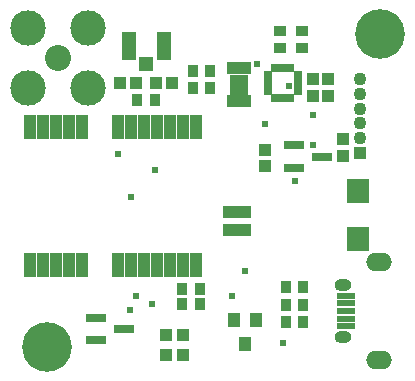
<source format=gts>
G04 Layer_Color=8388736*
%FSLAX25Y25*%
%MOIN*%
G70*
G01*
G75*
%ADD44R,0.02572X0.01981*%
%ADD45R,0.01981X0.02572*%
%ADD46R,0.04343X0.03950*%
%ADD47R,0.03950X0.07887*%
%ADD48R,0.04934X0.05131*%
%ADD49R,0.05131X0.09658*%
%ADD50R,0.09658X0.04146*%
%ADD51R,0.06115X0.02375*%
%ADD52R,0.03556X0.04343*%
%ADD53R,0.03950X0.04343*%
%ADD54R,0.03958X0.04627*%
%ADD55R,0.07493X0.07887*%
%ADD56R,0.06509X0.03162*%
%ADD57R,0.05900X0.06700*%
%ADD58R,0.02000X0.04000*%
%ADD59R,0.04343X0.03556*%
%ADD60C,0.16548*%
%ADD61C,0.08674*%
%ADD62C,0.11824*%
%ADD63C,0.04343*%
%ADD64R,0.04343X0.04343*%
%ADD65O,0.05721X0.04147*%
%ADD66O,0.08674X0.06017*%
%ADD67C,0.02375*%
D44*
X235480Y443953D02*
D03*
Y441984D02*
D03*
Y440016D02*
D03*
Y438047D02*
D03*
X245520D02*
D03*
Y440016D02*
D03*
Y441984D02*
D03*
Y443953D02*
D03*
D45*
X237547Y435980D02*
D03*
X239516D02*
D03*
X241484D02*
D03*
X243453D02*
D03*
Y446020D02*
D03*
X241484D02*
D03*
X239516D02*
D03*
X237547D02*
D03*
D46*
X250500Y436744D02*
D03*
Y442256D02*
D03*
X255500Y436744D02*
D03*
Y442256D02*
D03*
X260500Y416744D02*
D03*
Y422256D02*
D03*
X234500Y413244D02*
D03*
Y418756D02*
D03*
D47*
X211559Y426500D02*
D03*
X207228D02*
D03*
X202898D02*
D03*
X198567D02*
D03*
X194236D02*
D03*
X189906D02*
D03*
X185575D02*
D03*
X173764D02*
D03*
X169433D02*
D03*
X165102D02*
D03*
X160772D02*
D03*
X156441D02*
D03*
Y380500D02*
D03*
X160772D02*
D03*
X165102D02*
D03*
X169433D02*
D03*
X173764D02*
D03*
X185575D02*
D03*
X189906D02*
D03*
X194236D02*
D03*
X198567D02*
D03*
X202898D02*
D03*
X207228D02*
D03*
X211559D02*
D03*
D48*
X195000Y447398D02*
D03*
D49*
X200807Y453500D02*
D03*
X189193D02*
D03*
D50*
X225327Y392047D02*
D03*
Y397953D02*
D03*
D51*
X261470Y359882D02*
D03*
Y362441D02*
D03*
Y365000D02*
D03*
Y367559D02*
D03*
Y370118D02*
D03*
D52*
X216453Y439500D02*
D03*
X210547D02*
D03*
Y445000D02*
D03*
X216453D02*
D03*
X197953Y435500D02*
D03*
X192047D02*
D03*
X247453Y361500D02*
D03*
X241547D02*
D03*
X247453Y367000D02*
D03*
X241547D02*
D03*
X247453Y373000D02*
D03*
X241547D02*
D03*
X207047Y367500D02*
D03*
X212953D02*
D03*
Y372500D02*
D03*
X207047D02*
D03*
D53*
X198244Y441000D02*
D03*
X203756D02*
D03*
X201744Y350500D02*
D03*
X207256D02*
D03*
X201744Y357000D02*
D03*
X207256D02*
D03*
X191756Y441000D02*
D03*
X186244D02*
D03*
D54*
X228000Y354063D02*
D03*
X224260Y361937D02*
D03*
X231740D02*
D03*
D55*
X265500Y405071D02*
D03*
Y388929D02*
D03*
D56*
X187626Y359000D02*
D03*
X178374Y355260D02*
D03*
Y362740D02*
D03*
X253626Y416500D02*
D03*
X244374Y412760D02*
D03*
Y420240D02*
D03*
D57*
X226000Y440500D02*
D03*
D58*
X229000Y435000D02*
D03*
X227000D02*
D03*
X225000D02*
D03*
X223000D02*
D03*
Y446000D02*
D03*
X225000D02*
D03*
X227000D02*
D03*
X229000D02*
D03*
D59*
X247000Y458453D02*
D03*
Y452547D02*
D03*
X239500D02*
D03*
Y458453D02*
D03*
D60*
X273000Y457500D02*
D03*
X162000Y353000D02*
D03*
D61*
X165500Y449500D02*
D03*
D62*
X155500Y439500D02*
D03*
X175500D02*
D03*
Y459500D02*
D03*
X155500D02*
D03*
D63*
X266217Y442303D02*
D03*
Y422618D02*
D03*
Y427539D02*
D03*
Y432461D02*
D03*
Y437382D02*
D03*
D64*
Y417697D02*
D03*
D65*
X260486Y356240D02*
D03*
Y373760D02*
D03*
D66*
X272514Y381437D02*
D03*
Y348563D02*
D03*
D67*
X232000Y447500D02*
D03*
X242500Y440000D02*
D03*
X244500Y408500D02*
D03*
X234500Y427500D02*
D03*
X250500Y420240D02*
D03*
Y430500D02*
D03*
X197000Y367500D02*
D03*
X191500Y370000D02*
D03*
X198000Y412000D02*
D03*
X223500Y370000D02*
D03*
X190000Y403000D02*
D03*
X228000Y378500D02*
D03*
X240500Y354500D02*
D03*
X189500Y365500D02*
D03*
X185500Y417500D02*
D03*
M02*

</source>
